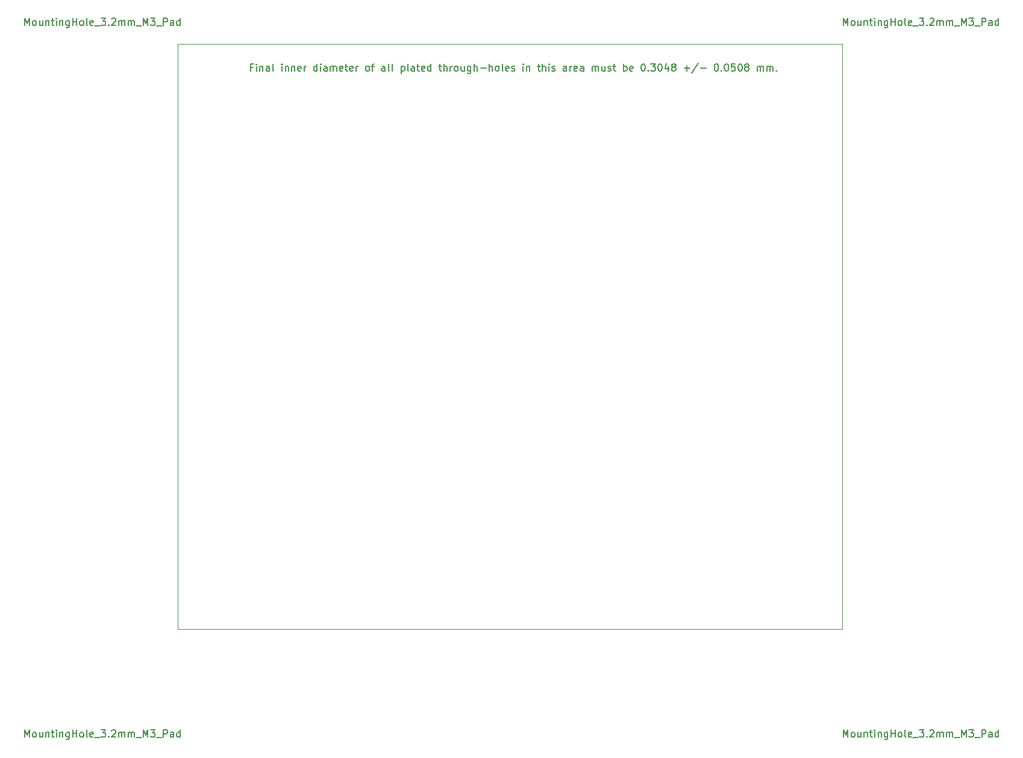
<source format=gbr>
%TF.GenerationSoftware,KiCad,Pcbnew,(6.0.0)*%
%TF.CreationDate,2022-11-29T13:54:36-05:00*%
%TF.ProjectId,pupdrive-eib24_panel,70757064-7269-4766-952d-65696232345f,B*%
%TF.SameCoordinates,Original*%
%TF.FileFunction,AssemblyDrawing,Top*%
%FSLAX46Y46*%
G04 Gerber Fmt 4.6, Leading zero omitted, Abs format (unit mm)*
G04 Created by KiCad (PCBNEW (6.0.0)) date 2022-11-29 13:54:36*
%MOMM*%
%LPD*%
G01*
G04 APERTURE LIST*
%ADD10C,0.100000*%
%ADD11C,0.150000*%
G04 APERTURE END LIST*
D10*
X86060000Y-47960000D02*
X179430000Y-47960000D01*
X179430000Y-47960000D02*
X179430000Y-130180000D01*
X179430000Y-130180000D02*
X86060000Y-130180000D01*
X86060000Y-130180000D02*
X86060000Y-47960000D01*
D11*
X96620952Y-51238571D02*
X96287619Y-51238571D01*
X96287619Y-51762380D02*
X96287619Y-50762380D01*
X96763809Y-50762380D01*
X97144761Y-51762380D02*
X97144761Y-51095714D01*
X97144761Y-50762380D02*
X97097142Y-50810000D01*
X97144761Y-50857619D01*
X97192380Y-50810000D01*
X97144761Y-50762380D01*
X97144761Y-50857619D01*
X97620952Y-51095714D02*
X97620952Y-51762380D01*
X97620952Y-51190952D02*
X97668571Y-51143333D01*
X97763809Y-51095714D01*
X97906666Y-51095714D01*
X98001904Y-51143333D01*
X98049523Y-51238571D01*
X98049523Y-51762380D01*
X98954285Y-51762380D02*
X98954285Y-51238571D01*
X98906666Y-51143333D01*
X98811428Y-51095714D01*
X98620952Y-51095714D01*
X98525714Y-51143333D01*
X98954285Y-51714761D02*
X98859047Y-51762380D01*
X98620952Y-51762380D01*
X98525714Y-51714761D01*
X98478095Y-51619523D01*
X98478095Y-51524285D01*
X98525714Y-51429047D01*
X98620952Y-51381428D01*
X98859047Y-51381428D01*
X98954285Y-51333809D01*
X99573333Y-51762380D02*
X99478095Y-51714761D01*
X99430476Y-51619523D01*
X99430476Y-50762380D01*
X100716190Y-51762380D02*
X100716190Y-51095714D01*
X100716190Y-50762380D02*
X100668571Y-50810000D01*
X100716190Y-50857619D01*
X100763809Y-50810000D01*
X100716190Y-50762380D01*
X100716190Y-50857619D01*
X101192380Y-51095714D02*
X101192380Y-51762380D01*
X101192380Y-51190952D02*
X101240000Y-51143333D01*
X101335238Y-51095714D01*
X101478095Y-51095714D01*
X101573333Y-51143333D01*
X101620952Y-51238571D01*
X101620952Y-51762380D01*
X102097142Y-51095714D02*
X102097142Y-51762380D01*
X102097142Y-51190952D02*
X102144761Y-51143333D01*
X102240000Y-51095714D01*
X102382857Y-51095714D01*
X102478095Y-51143333D01*
X102525714Y-51238571D01*
X102525714Y-51762380D01*
X103382857Y-51714761D02*
X103287619Y-51762380D01*
X103097142Y-51762380D01*
X103001904Y-51714761D01*
X102954285Y-51619523D01*
X102954285Y-51238571D01*
X103001904Y-51143333D01*
X103097142Y-51095714D01*
X103287619Y-51095714D01*
X103382857Y-51143333D01*
X103430476Y-51238571D01*
X103430476Y-51333809D01*
X102954285Y-51429047D01*
X103859047Y-51762380D02*
X103859047Y-51095714D01*
X103859047Y-51286190D02*
X103906666Y-51190952D01*
X103954285Y-51143333D01*
X104049523Y-51095714D01*
X104144761Y-51095714D01*
X105668571Y-51762380D02*
X105668571Y-50762380D01*
X105668571Y-51714761D02*
X105573333Y-51762380D01*
X105382857Y-51762380D01*
X105287619Y-51714761D01*
X105240000Y-51667142D01*
X105192380Y-51571904D01*
X105192380Y-51286190D01*
X105240000Y-51190952D01*
X105287619Y-51143333D01*
X105382857Y-51095714D01*
X105573333Y-51095714D01*
X105668571Y-51143333D01*
X106144761Y-51762380D02*
X106144761Y-51095714D01*
X106144761Y-50762380D02*
X106097142Y-50810000D01*
X106144761Y-50857619D01*
X106192380Y-50810000D01*
X106144761Y-50762380D01*
X106144761Y-50857619D01*
X107049523Y-51762380D02*
X107049523Y-51238571D01*
X107001904Y-51143333D01*
X106906666Y-51095714D01*
X106716190Y-51095714D01*
X106620952Y-51143333D01*
X107049523Y-51714761D02*
X106954285Y-51762380D01*
X106716190Y-51762380D01*
X106620952Y-51714761D01*
X106573333Y-51619523D01*
X106573333Y-51524285D01*
X106620952Y-51429047D01*
X106716190Y-51381428D01*
X106954285Y-51381428D01*
X107049523Y-51333809D01*
X107525714Y-51762380D02*
X107525714Y-51095714D01*
X107525714Y-51190952D02*
X107573333Y-51143333D01*
X107668571Y-51095714D01*
X107811428Y-51095714D01*
X107906666Y-51143333D01*
X107954285Y-51238571D01*
X107954285Y-51762380D01*
X107954285Y-51238571D02*
X108001904Y-51143333D01*
X108097142Y-51095714D01*
X108240000Y-51095714D01*
X108335238Y-51143333D01*
X108382857Y-51238571D01*
X108382857Y-51762380D01*
X109240000Y-51714761D02*
X109144761Y-51762380D01*
X108954285Y-51762380D01*
X108859047Y-51714761D01*
X108811428Y-51619523D01*
X108811428Y-51238571D01*
X108859047Y-51143333D01*
X108954285Y-51095714D01*
X109144761Y-51095714D01*
X109240000Y-51143333D01*
X109287619Y-51238571D01*
X109287619Y-51333809D01*
X108811428Y-51429047D01*
X109573333Y-51095714D02*
X109954285Y-51095714D01*
X109716190Y-50762380D02*
X109716190Y-51619523D01*
X109763809Y-51714761D01*
X109859047Y-51762380D01*
X109954285Y-51762380D01*
X110668571Y-51714761D02*
X110573333Y-51762380D01*
X110382857Y-51762380D01*
X110287619Y-51714761D01*
X110240000Y-51619523D01*
X110240000Y-51238571D01*
X110287619Y-51143333D01*
X110382857Y-51095714D01*
X110573333Y-51095714D01*
X110668571Y-51143333D01*
X110716190Y-51238571D01*
X110716190Y-51333809D01*
X110240000Y-51429047D01*
X111144761Y-51762380D02*
X111144761Y-51095714D01*
X111144761Y-51286190D02*
X111192380Y-51190952D01*
X111240000Y-51143333D01*
X111335238Y-51095714D01*
X111430476Y-51095714D01*
X112668571Y-51762380D02*
X112573333Y-51714761D01*
X112525714Y-51667142D01*
X112478095Y-51571904D01*
X112478095Y-51286190D01*
X112525714Y-51190952D01*
X112573333Y-51143333D01*
X112668571Y-51095714D01*
X112811428Y-51095714D01*
X112906666Y-51143333D01*
X112954285Y-51190952D01*
X113001904Y-51286190D01*
X113001904Y-51571904D01*
X112954285Y-51667142D01*
X112906666Y-51714761D01*
X112811428Y-51762380D01*
X112668571Y-51762380D01*
X113287619Y-51095714D02*
X113668571Y-51095714D01*
X113430476Y-51762380D02*
X113430476Y-50905238D01*
X113478095Y-50810000D01*
X113573333Y-50762380D01*
X113668571Y-50762380D01*
X115192380Y-51762380D02*
X115192380Y-51238571D01*
X115144761Y-51143333D01*
X115049523Y-51095714D01*
X114859047Y-51095714D01*
X114763809Y-51143333D01*
X115192380Y-51714761D02*
X115097142Y-51762380D01*
X114859047Y-51762380D01*
X114763809Y-51714761D01*
X114716190Y-51619523D01*
X114716190Y-51524285D01*
X114763809Y-51429047D01*
X114859047Y-51381428D01*
X115097142Y-51381428D01*
X115192380Y-51333809D01*
X115811428Y-51762380D02*
X115716190Y-51714761D01*
X115668571Y-51619523D01*
X115668571Y-50762380D01*
X116335238Y-51762380D02*
X116240000Y-51714761D01*
X116192380Y-51619523D01*
X116192380Y-50762380D01*
X117478095Y-51095714D02*
X117478095Y-52095714D01*
X117478095Y-51143333D02*
X117573333Y-51095714D01*
X117763809Y-51095714D01*
X117859047Y-51143333D01*
X117906666Y-51190952D01*
X117954285Y-51286190D01*
X117954285Y-51571904D01*
X117906666Y-51667142D01*
X117859047Y-51714761D01*
X117763809Y-51762380D01*
X117573333Y-51762380D01*
X117478095Y-51714761D01*
X118525714Y-51762380D02*
X118430476Y-51714761D01*
X118382857Y-51619523D01*
X118382857Y-50762380D01*
X119335238Y-51762380D02*
X119335238Y-51238571D01*
X119287619Y-51143333D01*
X119192380Y-51095714D01*
X119001904Y-51095714D01*
X118906666Y-51143333D01*
X119335238Y-51714761D02*
X119240000Y-51762380D01*
X119001904Y-51762380D01*
X118906666Y-51714761D01*
X118859047Y-51619523D01*
X118859047Y-51524285D01*
X118906666Y-51429047D01*
X119001904Y-51381428D01*
X119240000Y-51381428D01*
X119335238Y-51333809D01*
X119668571Y-51095714D02*
X120049523Y-51095714D01*
X119811428Y-50762380D02*
X119811428Y-51619523D01*
X119859047Y-51714761D01*
X119954285Y-51762380D01*
X120049523Y-51762380D01*
X120763809Y-51714761D02*
X120668571Y-51762380D01*
X120478095Y-51762380D01*
X120382857Y-51714761D01*
X120335238Y-51619523D01*
X120335238Y-51238571D01*
X120382857Y-51143333D01*
X120478095Y-51095714D01*
X120668571Y-51095714D01*
X120763809Y-51143333D01*
X120811428Y-51238571D01*
X120811428Y-51333809D01*
X120335238Y-51429047D01*
X121668571Y-51762380D02*
X121668571Y-50762380D01*
X121668571Y-51714761D02*
X121573333Y-51762380D01*
X121382857Y-51762380D01*
X121287619Y-51714761D01*
X121240000Y-51667142D01*
X121192380Y-51571904D01*
X121192380Y-51286190D01*
X121240000Y-51190952D01*
X121287619Y-51143333D01*
X121382857Y-51095714D01*
X121573333Y-51095714D01*
X121668571Y-51143333D01*
X122763809Y-51095714D02*
X123144761Y-51095714D01*
X122906666Y-50762380D02*
X122906666Y-51619523D01*
X122954285Y-51714761D01*
X123049523Y-51762380D01*
X123144761Y-51762380D01*
X123478095Y-51762380D02*
X123478095Y-50762380D01*
X123906666Y-51762380D02*
X123906666Y-51238571D01*
X123859047Y-51143333D01*
X123763809Y-51095714D01*
X123620952Y-51095714D01*
X123525714Y-51143333D01*
X123478095Y-51190952D01*
X124382857Y-51762380D02*
X124382857Y-51095714D01*
X124382857Y-51286190D02*
X124430476Y-51190952D01*
X124478095Y-51143333D01*
X124573333Y-51095714D01*
X124668571Y-51095714D01*
X125144761Y-51762380D02*
X125049523Y-51714761D01*
X125001904Y-51667142D01*
X124954285Y-51571904D01*
X124954285Y-51286190D01*
X125001904Y-51190952D01*
X125049523Y-51143333D01*
X125144761Y-51095714D01*
X125287619Y-51095714D01*
X125382857Y-51143333D01*
X125430476Y-51190952D01*
X125478095Y-51286190D01*
X125478095Y-51571904D01*
X125430476Y-51667142D01*
X125382857Y-51714761D01*
X125287619Y-51762380D01*
X125144761Y-51762380D01*
X126335238Y-51095714D02*
X126335238Y-51762380D01*
X125906666Y-51095714D02*
X125906666Y-51619523D01*
X125954285Y-51714761D01*
X126049523Y-51762380D01*
X126192380Y-51762380D01*
X126287619Y-51714761D01*
X126335238Y-51667142D01*
X127239999Y-51095714D02*
X127239999Y-51905238D01*
X127192380Y-52000476D01*
X127144761Y-52048095D01*
X127049523Y-52095714D01*
X126906666Y-52095714D01*
X126811428Y-52048095D01*
X127239999Y-51714761D02*
X127144761Y-51762380D01*
X126954285Y-51762380D01*
X126859047Y-51714761D01*
X126811428Y-51667142D01*
X126763809Y-51571904D01*
X126763809Y-51286190D01*
X126811428Y-51190952D01*
X126859047Y-51143333D01*
X126954285Y-51095714D01*
X127144761Y-51095714D01*
X127239999Y-51143333D01*
X127716190Y-51762380D02*
X127716190Y-50762380D01*
X128144761Y-51762380D02*
X128144761Y-51238571D01*
X128097142Y-51143333D01*
X128001904Y-51095714D01*
X127859047Y-51095714D01*
X127763809Y-51143333D01*
X127716190Y-51190952D01*
X128620952Y-51381428D02*
X129382857Y-51381428D01*
X129859047Y-51762380D02*
X129859047Y-50762380D01*
X130287619Y-51762380D02*
X130287619Y-51238571D01*
X130239999Y-51143333D01*
X130144761Y-51095714D01*
X130001904Y-51095714D01*
X129906666Y-51143333D01*
X129859047Y-51190952D01*
X130906666Y-51762380D02*
X130811428Y-51714761D01*
X130763809Y-51667142D01*
X130716190Y-51571904D01*
X130716190Y-51286190D01*
X130763809Y-51190952D01*
X130811428Y-51143333D01*
X130906666Y-51095714D01*
X131049523Y-51095714D01*
X131144761Y-51143333D01*
X131192380Y-51190952D01*
X131239999Y-51286190D01*
X131239999Y-51571904D01*
X131192380Y-51667142D01*
X131144761Y-51714761D01*
X131049523Y-51762380D01*
X130906666Y-51762380D01*
X131811428Y-51762380D02*
X131716190Y-51714761D01*
X131668571Y-51619523D01*
X131668571Y-50762380D01*
X132573333Y-51714761D02*
X132478095Y-51762380D01*
X132287619Y-51762380D01*
X132192380Y-51714761D01*
X132144761Y-51619523D01*
X132144761Y-51238571D01*
X132192380Y-51143333D01*
X132287619Y-51095714D01*
X132478095Y-51095714D01*
X132573333Y-51143333D01*
X132620952Y-51238571D01*
X132620952Y-51333809D01*
X132144761Y-51429047D01*
X133001904Y-51714761D02*
X133097142Y-51762380D01*
X133287619Y-51762380D01*
X133382857Y-51714761D01*
X133430476Y-51619523D01*
X133430476Y-51571904D01*
X133382857Y-51476666D01*
X133287619Y-51429047D01*
X133144761Y-51429047D01*
X133049523Y-51381428D01*
X133001904Y-51286190D01*
X133001904Y-51238571D01*
X133049523Y-51143333D01*
X133144761Y-51095714D01*
X133287619Y-51095714D01*
X133382857Y-51143333D01*
X134620952Y-51762380D02*
X134620952Y-51095714D01*
X134620952Y-50762380D02*
X134573333Y-50810000D01*
X134620952Y-50857619D01*
X134668571Y-50810000D01*
X134620952Y-50762380D01*
X134620952Y-50857619D01*
X135097142Y-51095714D02*
X135097142Y-51762380D01*
X135097142Y-51190952D02*
X135144761Y-51143333D01*
X135239999Y-51095714D01*
X135382857Y-51095714D01*
X135478095Y-51143333D01*
X135525714Y-51238571D01*
X135525714Y-51762380D01*
X136620952Y-51095714D02*
X137001904Y-51095714D01*
X136763809Y-50762380D02*
X136763809Y-51619523D01*
X136811428Y-51714761D01*
X136906666Y-51762380D01*
X137001904Y-51762380D01*
X137335238Y-51762380D02*
X137335238Y-50762380D01*
X137763809Y-51762380D02*
X137763809Y-51238571D01*
X137716190Y-51143333D01*
X137620952Y-51095714D01*
X137478095Y-51095714D01*
X137382857Y-51143333D01*
X137335238Y-51190952D01*
X138239999Y-51762380D02*
X138239999Y-51095714D01*
X138239999Y-50762380D02*
X138192380Y-50810000D01*
X138239999Y-50857619D01*
X138287619Y-50810000D01*
X138239999Y-50762380D01*
X138239999Y-50857619D01*
X138668571Y-51714761D02*
X138763809Y-51762380D01*
X138954285Y-51762380D01*
X139049523Y-51714761D01*
X139097142Y-51619523D01*
X139097142Y-51571904D01*
X139049523Y-51476666D01*
X138954285Y-51429047D01*
X138811428Y-51429047D01*
X138716190Y-51381428D01*
X138668571Y-51286190D01*
X138668571Y-51238571D01*
X138716190Y-51143333D01*
X138811428Y-51095714D01*
X138954285Y-51095714D01*
X139049523Y-51143333D01*
X140716190Y-51762380D02*
X140716190Y-51238571D01*
X140668571Y-51143333D01*
X140573333Y-51095714D01*
X140382857Y-51095714D01*
X140287619Y-51143333D01*
X140716190Y-51714761D02*
X140620952Y-51762380D01*
X140382857Y-51762380D01*
X140287619Y-51714761D01*
X140239999Y-51619523D01*
X140239999Y-51524285D01*
X140287619Y-51429047D01*
X140382857Y-51381428D01*
X140620952Y-51381428D01*
X140716190Y-51333809D01*
X141192380Y-51762380D02*
X141192380Y-51095714D01*
X141192380Y-51286190D02*
X141239999Y-51190952D01*
X141287619Y-51143333D01*
X141382857Y-51095714D01*
X141478095Y-51095714D01*
X142192380Y-51714761D02*
X142097142Y-51762380D01*
X141906666Y-51762380D01*
X141811428Y-51714761D01*
X141763809Y-51619523D01*
X141763809Y-51238571D01*
X141811428Y-51143333D01*
X141906666Y-51095714D01*
X142097142Y-51095714D01*
X142192380Y-51143333D01*
X142239999Y-51238571D01*
X142239999Y-51333809D01*
X141763809Y-51429047D01*
X143097142Y-51762380D02*
X143097142Y-51238571D01*
X143049523Y-51143333D01*
X142954285Y-51095714D01*
X142763809Y-51095714D01*
X142668571Y-51143333D01*
X143097142Y-51714761D02*
X143001904Y-51762380D01*
X142763809Y-51762380D01*
X142668571Y-51714761D01*
X142620952Y-51619523D01*
X142620952Y-51524285D01*
X142668571Y-51429047D01*
X142763809Y-51381428D01*
X143001904Y-51381428D01*
X143097142Y-51333809D01*
X144335238Y-51762380D02*
X144335238Y-51095714D01*
X144335238Y-51190952D02*
X144382857Y-51143333D01*
X144478095Y-51095714D01*
X144620952Y-51095714D01*
X144716190Y-51143333D01*
X144763809Y-51238571D01*
X144763809Y-51762380D01*
X144763809Y-51238571D02*
X144811428Y-51143333D01*
X144906666Y-51095714D01*
X145049523Y-51095714D01*
X145144761Y-51143333D01*
X145192380Y-51238571D01*
X145192380Y-51762380D01*
X146097142Y-51095714D02*
X146097142Y-51762380D01*
X145668571Y-51095714D02*
X145668571Y-51619523D01*
X145716190Y-51714761D01*
X145811428Y-51762380D01*
X145954285Y-51762380D01*
X146049523Y-51714761D01*
X146097142Y-51667142D01*
X146525714Y-51714761D02*
X146620952Y-51762380D01*
X146811428Y-51762380D01*
X146906666Y-51714761D01*
X146954285Y-51619523D01*
X146954285Y-51571904D01*
X146906666Y-51476666D01*
X146811428Y-51429047D01*
X146668571Y-51429047D01*
X146573333Y-51381428D01*
X146525714Y-51286190D01*
X146525714Y-51238571D01*
X146573333Y-51143333D01*
X146668571Y-51095714D01*
X146811428Y-51095714D01*
X146906666Y-51143333D01*
X147239999Y-51095714D02*
X147620952Y-51095714D01*
X147382857Y-50762380D02*
X147382857Y-51619523D01*
X147430476Y-51714761D01*
X147525714Y-51762380D01*
X147620952Y-51762380D01*
X148716190Y-51762380D02*
X148716190Y-50762380D01*
X148716190Y-51143333D02*
X148811428Y-51095714D01*
X149001904Y-51095714D01*
X149097142Y-51143333D01*
X149144761Y-51190952D01*
X149192380Y-51286190D01*
X149192380Y-51571904D01*
X149144761Y-51667142D01*
X149097142Y-51714761D01*
X149001904Y-51762380D01*
X148811428Y-51762380D01*
X148716190Y-51714761D01*
X150001904Y-51714761D02*
X149906666Y-51762380D01*
X149716190Y-51762380D01*
X149620952Y-51714761D01*
X149573333Y-51619523D01*
X149573333Y-51238571D01*
X149620952Y-51143333D01*
X149716190Y-51095714D01*
X149906666Y-51095714D01*
X150001904Y-51143333D01*
X150049523Y-51238571D01*
X150049523Y-51333809D01*
X149573333Y-51429047D01*
X151430476Y-50762380D02*
X151525714Y-50762380D01*
X151620952Y-50810000D01*
X151668571Y-50857619D01*
X151716190Y-50952857D01*
X151763809Y-51143333D01*
X151763809Y-51381428D01*
X151716190Y-51571904D01*
X151668571Y-51667142D01*
X151620952Y-51714761D01*
X151525714Y-51762380D01*
X151430476Y-51762380D01*
X151335238Y-51714761D01*
X151287619Y-51667142D01*
X151239999Y-51571904D01*
X151192380Y-51381428D01*
X151192380Y-51143333D01*
X151239999Y-50952857D01*
X151287619Y-50857619D01*
X151335238Y-50810000D01*
X151430476Y-50762380D01*
X152192380Y-51667142D02*
X152239999Y-51714761D01*
X152192380Y-51762380D01*
X152144761Y-51714761D01*
X152192380Y-51667142D01*
X152192380Y-51762380D01*
X152573333Y-50762380D02*
X153192380Y-50762380D01*
X152859047Y-51143333D01*
X153001904Y-51143333D01*
X153097142Y-51190952D01*
X153144761Y-51238571D01*
X153192380Y-51333809D01*
X153192380Y-51571904D01*
X153144761Y-51667142D01*
X153097142Y-51714761D01*
X153001904Y-51762380D01*
X152716190Y-51762380D01*
X152620952Y-51714761D01*
X152573333Y-51667142D01*
X153811428Y-50762380D02*
X153906666Y-50762380D01*
X154001904Y-50810000D01*
X154049523Y-50857619D01*
X154097142Y-50952857D01*
X154144761Y-51143333D01*
X154144761Y-51381428D01*
X154097142Y-51571904D01*
X154049523Y-51667142D01*
X154001904Y-51714761D01*
X153906666Y-51762380D01*
X153811428Y-51762380D01*
X153716190Y-51714761D01*
X153668571Y-51667142D01*
X153620952Y-51571904D01*
X153573333Y-51381428D01*
X153573333Y-51143333D01*
X153620952Y-50952857D01*
X153668571Y-50857619D01*
X153716190Y-50810000D01*
X153811428Y-50762380D01*
X155001904Y-51095714D02*
X155001904Y-51762380D01*
X154763809Y-50714761D02*
X154525714Y-51429047D01*
X155144761Y-51429047D01*
X155668571Y-51190952D02*
X155573333Y-51143333D01*
X155525714Y-51095714D01*
X155478095Y-51000476D01*
X155478095Y-50952857D01*
X155525714Y-50857619D01*
X155573333Y-50810000D01*
X155668571Y-50762380D01*
X155859047Y-50762380D01*
X155954285Y-50810000D01*
X156001904Y-50857619D01*
X156049523Y-50952857D01*
X156049523Y-51000476D01*
X156001904Y-51095714D01*
X155954285Y-51143333D01*
X155859047Y-51190952D01*
X155668571Y-51190952D01*
X155573333Y-51238571D01*
X155525714Y-51286190D01*
X155478095Y-51381428D01*
X155478095Y-51571904D01*
X155525714Y-51667142D01*
X155573333Y-51714761D01*
X155668571Y-51762380D01*
X155859047Y-51762380D01*
X155954285Y-51714761D01*
X156001904Y-51667142D01*
X156049523Y-51571904D01*
X156049523Y-51381428D01*
X156001904Y-51286190D01*
X155954285Y-51238571D01*
X155859047Y-51190952D01*
X157240000Y-51381428D02*
X158001904Y-51381428D01*
X157620952Y-51762380D02*
X157620952Y-51000476D01*
X159192380Y-50714761D02*
X158335238Y-52000476D01*
X159525714Y-51381428D02*
X160287619Y-51381428D01*
X161716190Y-50762380D02*
X161811428Y-50762380D01*
X161906666Y-50810000D01*
X161954285Y-50857619D01*
X162001904Y-50952857D01*
X162049523Y-51143333D01*
X162049523Y-51381428D01*
X162001904Y-51571904D01*
X161954285Y-51667142D01*
X161906666Y-51714761D01*
X161811428Y-51762380D01*
X161716190Y-51762380D01*
X161620952Y-51714761D01*
X161573333Y-51667142D01*
X161525714Y-51571904D01*
X161478095Y-51381428D01*
X161478095Y-51143333D01*
X161525714Y-50952857D01*
X161573333Y-50857619D01*
X161620952Y-50810000D01*
X161716190Y-50762380D01*
X162478095Y-51667142D02*
X162525714Y-51714761D01*
X162478095Y-51762380D01*
X162430476Y-51714761D01*
X162478095Y-51667142D01*
X162478095Y-51762380D01*
X163144761Y-50762380D02*
X163240000Y-50762380D01*
X163335238Y-50810000D01*
X163382857Y-50857619D01*
X163430476Y-50952857D01*
X163478095Y-51143333D01*
X163478095Y-51381428D01*
X163430476Y-51571904D01*
X163382857Y-51667142D01*
X163335238Y-51714761D01*
X163240000Y-51762380D01*
X163144761Y-51762380D01*
X163049523Y-51714761D01*
X163001904Y-51667142D01*
X162954285Y-51571904D01*
X162906666Y-51381428D01*
X162906666Y-51143333D01*
X162954285Y-50952857D01*
X163001904Y-50857619D01*
X163049523Y-50810000D01*
X163144761Y-50762380D01*
X164382857Y-50762380D02*
X163906666Y-50762380D01*
X163859047Y-51238571D01*
X163906666Y-51190952D01*
X164001904Y-51143333D01*
X164240000Y-51143333D01*
X164335238Y-51190952D01*
X164382857Y-51238571D01*
X164430476Y-51333809D01*
X164430476Y-51571904D01*
X164382857Y-51667142D01*
X164335238Y-51714761D01*
X164240000Y-51762380D01*
X164001904Y-51762380D01*
X163906666Y-51714761D01*
X163859047Y-51667142D01*
X165049523Y-50762380D02*
X165144761Y-50762380D01*
X165240000Y-50810000D01*
X165287619Y-50857619D01*
X165335238Y-50952857D01*
X165382857Y-51143333D01*
X165382857Y-51381428D01*
X165335238Y-51571904D01*
X165287619Y-51667142D01*
X165240000Y-51714761D01*
X165144761Y-51762380D01*
X165049523Y-51762380D01*
X164954285Y-51714761D01*
X164906666Y-51667142D01*
X164859047Y-51571904D01*
X164811428Y-51381428D01*
X164811428Y-51143333D01*
X164859047Y-50952857D01*
X164906666Y-50857619D01*
X164954285Y-50810000D01*
X165049523Y-50762380D01*
X165954285Y-51190952D02*
X165859047Y-51143333D01*
X165811428Y-51095714D01*
X165763809Y-51000476D01*
X165763809Y-50952857D01*
X165811428Y-50857619D01*
X165859047Y-50810000D01*
X165954285Y-50762380D01*
X166144761Y-50762380D01*
X166240000Y-50810000D01*
X166287619Y-50857619D01*
X166335238Y-50952857D01*
X166335238Y-51000476D01*
X166287619Y-51095714D01*
X166240000Y-51143333D01*
X166144761Y-51190952D01*
X165954285Y-51190952D01*
X165859047Y-51238571D01*
X165811428Y-51286190D01*
X165763809Y-51381428D01*
X165763809Y-51571904D01*
X165811428Y-51667142D01*
X165859047Y-51714761D01*
X165954285Y-51762380D01*
X166144761Y-51762380D01*
X166240000Y-51714761D01*
X166287619Y-51667142D01*
X166335238Y-51571904D01*
X166335238Y-51381428D01*
X166287619Y-51286190D01*
X166240000Y-51238571D01*
X166144761Y-51190952D01*
X167525714Y-51762380D02*
X167525714Y-51095714D01*
X167525714Y-51190952D02*
X167573333Y-51143333D01*
X167668571Y-51095714D01*
X167811428Y-51095714D01*
X167906666Y-51143333D01*
X167954285Y-51238571D01*
X167954285Y-51762380D01*
X167954285Y-51238571D02*
X168001904Y-51143333D01*
X168097142Y-51095714D01*
X168240000Y-51095714D01*
X168335238Y-51143333D01*
X168382857Y-51238571D01*
X168382857Y-51762380D01*
X168859047Y-51762380D02*
X168859047Y-51095714D01*
X168859047Y-51190952D02*
X168906666Y-51143333D01*
X169001904Y-51095714D01*
X169144761Y-51095714D01*
X169240000Y-51143333D01*
X169287619Y-51238571D01*
X169287619Y-51762380D01*
X169287619Y-51238571D02*
X169335238Y-51143333D01*
X169430476Y-51095714D01*
X169573333Y-51095714D01*
X169668571Y-51143333D01*
X169716190Y-51238571D01*
X169716190Y-51762380D01*
X170192380Y-51667142D02*
X170240000Y-51714761D01*
X170192380Y-51762380D01*
X170144761Y-51714761D01*
X170192380Y-51667142D01*
X170192380Y-51762380D01*
%TO.C,REF\u002A\u002A*%
X64595238Y-145352380D02*
X64595238Y-144352380D01*
X64928571Y-145066666D01*
X65261904Y-144352380D01*
X65261904Y-145352380D01*
X65880952Y-145352380D02*
X65785714Y-145304761D01*
X65738095Y-145257142D01*
X65690476Y-145161904D01*
X65690476Y-144876190D01*
X65738095Y-144780952D01*
X65785714Y-144733333D01*
X65880952Y-144685714D01*
X66023809Y-144685714D01*
X66119047Y-144733333D01*
X66166666Y-144780952D01*
X66214285Y-144876190D01*
X66214285Y-145161904D01*
X66166666Y-145257142D01*
X66119047Y-145304761D01*
X66023809Y-145352380D01*
X65880952Y-145352380D01*
X67071428Y-144685714D02*
X67071428Y-145352380D01*
X66642857Y-144685714D02*
X66642857Y-145209523D01*
X66690476Y-145304761D01*
X66785714Y-145352380D01*
X66928571Y-145352380D01*
X67023809Y-145304761D01*
X67071428Y-145257142D01*
X67547619Y-144685714D02*
X67547619Y-145352380D01*
X67547619Y-144780952D02*
X67595238Y-144733333D01*
X67690476Y-144685714D01*
X67833333Y-144685714D01*
X67928571Y-144733333D01*
X67976190Y-144828571D01*
X67976190Y-145352380D01*
X68309523Y-144685714D02*
X68690476Y-144685714D01*
X68452380Y-144352380D02*
X68452380Y-145209523D01*
X68500000Y-145304761D01*
X68595238Y-145352380D01*
X68690476Y-145352380D01*
X69023809Y-145352380D02*
X69023809Y-144685714D01*
X69023809Y-144352380D02*
X68976190Y-144400000D01*
X69023809Y-144447619D01*
X69071428Y-144400000D01*
X69023809Y-144352380D01*
X69023809Y-144447619D01*
X69500000Y-144685714D02*
X69500000Y-145352380D01*
X69500000Y-144780952D02*
X69547619Y-144733333D01*
X69642857Y-144685714D01*
X69785714Y-144685714D01*
X69880952Y-144733333D01*
X69928571Y-144828571D01*
X69928571Y-145352380D01*
X70833333Y-144685714D02*
X70833333Y-145495238D01*
X70785714Y-145590476D01*
X70738095Y-145638095D01*
X70642857Y-145685714D01*
X70500000Y-145685714D01*
X70404761Y-145638095D01*
X70833333Y-145304761D02*
X70738095Y-145352380D01*
X70547619Y-145352380D01*
X70452380Y-145304761D01*
X70404761Y-145257142D01*
X70357142Y-145161904D01*
X70357142Y-144876190D01*
X70404761Y-144780952D01*
X70452380Y-144733333D01*
X70547619Y-144685714D01*
X70738095Y-144685714D01*
X70833333Y-144733333D01*
X71309523Y-145352380D02*
X71309523Y-144352380D01*
X71309523Y-144828571D02*
X71880952Y-144828571D01*
X71880952Y-145352380D02*
X71880952Y-144352380D01*
X72500000Y-145352380D02*
X72404761Y-145304761D01*
X72357142Y-145257142D01*
X72309523Y-145161904D01*
X72309523Y-144876190D01*
X72357142Y-144780952D01*
X72404761Y-144733333D01*
X72500000Y-144685714D01*
X72642857Y-144685714D01*
X72738095Y-144733333D01*
X72785714Y-144780952D01*
X72833333Y-144876190D01*
X72833333Y-145161904D01*
X72785714Y-145257142D01*
X72738095Y-145304761D01*
X72642857Y-145352380D01*
X72500000Y-145352380D01*
X73404761Y-145352380D02*
X73309523Y-145304761D01*
X73261904Y-145209523D01*
X73261904Y-144352380D01*
X74166666Y-145304761D02*
X74071428Y-145352380D01*
X73880952Y-145352380D01*
X73785714Y-145304761D01*
X73738095Y-145209523D01*
X73738095Y-144828571D01*
X73785714Y-144733333D01*
X73880952Y-144685714D01*
X74071428Y-144685714D01*
X74166666Y-144733333D01*
X74214285Y-144828571D01*
X74214285Y-144923809D01*
X73738095Y-145019047D01*
X74404761Y-145447619D02*
X75166666Y-145447619D01*
X75309523Y-144352380D02*
X75928571Y-144352380D01*
X75595238Y-144733333D01*
X75738095Y-144733333D01*
X75833333Y-144780952D01*
X75880952Y-144828571D01*
X75928571Y-144923809D01*
X75928571Y-145161904D01*
X75880952Y-145257142D01*
X75833333Y-145304761D01*
X75738095Y-145352380D01*
X75452380Y-145352380D01*
X75357142Y-145304761D01*
X75309523Y-145257142D01*
X76357142Y-145257142D02*
X76404761Y-145304761D01*
X76357142Y-145352380D01*
X76309523Y-145304761D01*
X76357142Y-145257142D01*
X76357142Y-145352380D01*
X76785714Y-144447619D02*
X76833333Y-144400000D01*
X76928571Y-144352380D01*
X77166666Y-144352380D01*
X77261904Y-144400000D01*
X77309523Y-144447619D01*
X77357142Y-144542857D01*
X77357142Y-144638095D01*
X77309523Y-144780952D01*
X76738095Y-145352380D01*
X77357142Y-145352380D01*
X77785714Y-145352380D02*
X77785714Y-144685714D01*
X77785714Y-144780952D02*
X77833333Y-144733333D01*
X77928571Y-144685714D01*
X78071428Y-144685714D01*
X78166666Y-144733333D01*
X78214285Y-144828571D01*
X78214285Y-145352380D01*
X78214285Y-144828571D02*
X78261904Y-144733333D01*
X78357142Y-144685714D01*
X78500000Y-144685714D01*
X78595238Y-144733333D01*
X78642857Y-144828571D01*
X78642857Y-145352380D01*
X79119047Y-145352380D02*
X79119047Y-144685714D01*
X79119047Y-144780952D02*
X79166666Y-144733333D01*
X79261904Y-144685714D01*
X79404761Y-144685714D01*
X79500000Y-144733333D01*
X79547619Y-144828571D01*
X79547619Y-145352380D01*
X79547619Y-144828571D02*
X79595238Y-144733333D01*
X79690476Y-144685714D01*
X79833333Y-144685714D01*
X79928571Y-144733333D01*
X79976190Y-144828571D01*
X79976190Y-145352380D01*
X80214285Y-145447619D02*
X80976190Y-145447619D01*
X81214285Y-145352380D02*
X81214285Y-144352380D01*
X81547619Y-145066666D01*
X81880952Y-144352380D01*
X81880952Y-145352380D01*
X82261904Y-144352380D02*
X82880952Y-144352380D01*
X82547619Y-144733333D01*
X82690476Y-144733333D01*
X82785714Y-144780952D01*
X82833333Y-144828571D01*
X82880952Y-144923809D01*
X82880952Y-145161904D01*
X82833333Y-145257142D01*
X82785714Y-145304761D01*
X82690476Y-145352380D01*
X82404761Y-145352380D01*
X82309523Y-145304761D01*
X82261904Y-145257142D01*
X83071428Y-145447619D02*
X83833333Y-145447619D01*
X84071428Y-145352380D02*
X84071428Y-144352380D01*
X84452380Y-144352380D01*
X84547619Y-144400000D01*
X84595238Y-144447619D01*
X84642857Y-144542857D01*
X84642857Y-144685714D01*
X84595238Y-144780952D01*
X84547619Y-144828571D01*
X84452380Y-144876190D01*
X84071428Y-144876190D01*
X85500000Y-145352380D02*
X85500000Y-144828571D01*
X85452380Y-144733333D01*
X85357142Y-144685714D01*
X85166666Y-144685714D01*
X85071428Y-144733333D01*
X85500000Y-145304761D02*
X85404761Y-145352380D01*
X85166666Y-145352380D01*
X85071428Y-145304761D01*
X85023809Y-145209523D01*
X85023809Y-145114285D01*
X85071428Y-145019047D01*
X85166666Y-144971428D01*
X85404761Y-144971428D01*
X85500000Y-144923809D01*
X86404761Y-145352380D02*
X86404761Y-144352380D01*
X86404761Y-145304761D02*
X86309523Y-145352380D01*
X86119047Y-145352380D01*
X86023809Y-145304761D01*
X85976190Y-145257142D01*
X85928571Y-145161904D01*
X85928571Y-144876190D01*
X85976190Y-144780952D01*
X86023809Y-144733333D01*
X86119047Y-144685714D01*
X86309523Y-144685714D01*
X86404761Y-144733333D01*
X64595238Y-45352380D02*
X64595238Y-44352380D01*
X64928571Y-45066666D01*
X65261904Y-44352380D01*
X65261904Y-45352380D01*
X65880952Y-45352380D02*
X65785714Y-45304761D01*
X65738095Y-45257142D01*
X65690476Y-45161904D01*
X65690476Y-44876190D01*
X65738095Y-44780952D01*
X65785714Y-44733333D01*
X65880952Y-44685714D01*
X66023809Y-44685714D01*
X66119047Y-44733333D01*
X66166666Y-44780952D01*
X66214285Y-44876190D01*
X66214285Y-45161904D01*
X66166666Y-45257142D01*
X66119047Y-45304761D01*
X66023809Y-45352380D01*
X65880952Y-45352380D01*
X67071428Y-44685714D02*
X67071428Y-45352380D01*
X66642857Y-44685714D02*
X66642857Y-45209523D01*
X66690476Y-45304761D01*
X66785714Y-45352380D01*
X66928571Y-45352380D01*
X67023809Y-45304761D01*
X67071428Y-45257142D01*
X67547619Y-44685714D02*
X67547619Y-45352380D01*
X67547619Y-44780952D02*
X67595238Y-44733333D01*
X67690476Y-44685714D01*
X67833333Y-44685714D01*
X67928571Y-44733333D01*
X67976190Y-44828571D01*
X67976190Y-45352380D01*
X68309523Y-44685714D02*
X68690476Y-44685714D01*
X68452380Y-44352380D02*
X68452380Y-45209523D01*
X68500000Y-45304761D01*
X68595238Y-45352380D01*
X68690476Y-45352380D01*
X69023809Y-45352380D02*
X69023809Y-44685714D01*
X69023809Y-44352380D02*
X68976190Y-44400000D01*
X69023809Y-44447619D01*
X69071428Y-44400000D01*
X69023809Y-44352380D01*
X69023809Y-44447619D01*
X69500000Y-44685714D02*
X69500000Y-45352380D01*
X69500000Y-44780952D02*
X69547619Y-44733333D01*
X69642857Y-44685714D01*
X69785714Y-44685714D01*
X69880952Y-44733333D01*
X69928571Y-44828571D01*
X69928571Y-45352380D01*
X70833333Y-44685714D02*
X70833333Y-45495238D01*
X70785714Y-45590476D01*
X70738095Y-45638095D01*
X70642857Y-45685714D01*
X70500000Y-45685714D01*
X70404761Y-45638095D01*
X70833333Y-45304761D02*
X70738095Y-45352380D01*
X70547619Y-45352380D01*
X70452380Y-45304761D01*
X70404761Y-45257142D01*
X70357142Y-45161904D01*
X70357142Y-44876190D01*
X70404761Y-44780952D01*
X70452380Y-44733333D01*
X70547619Y-44685714D01*
X70738095Y-44685714D01*
X70833333Y-44733333D01*
X71309523Y-45352380D02*
X71309523Y-44352380D01*
X71309523Y-44828571D02*
X71880952Y-44828571D01*
X71880952Y-45352380D02*
X71880952Y-44352380D01*
X72500000Y-45352380D02*
X72404761Y-45304761D01*
X72357142Y-45257142D01*
X72309523Y-45161904D01*
X72309523Y-44876190D01*
X72357142Y-44780952D01*
X72404761Y-44733333D01*
X72500000Y-44685714D01*
X72642857Y-44685714D01*
X72738095Y-44733333D01*
X72785714Y-44780952D01*
X72833333Y-44876190D01*
X72833333Y-45161904D01*
X72785714Y-45257142D01*
X72738095Y-45304761D01*
X72642857Y-45352380D01*
X72500000Y-45352380D01*
X73404761Y-45352380D02*
X73309523Y-45304761D01*
X73261904Y-45209523D01*
X73261904Y-44352380D01*
X74166666Y-45304761D02*
X74071428Y-45352380D01*
X73880952Y-45352380D01*
X73785714Y-45304761D01*
X73738095Y-45209523D01*
X73738095Y-44828571D01*
X73785714Y-44733333D01*
X73880952Y-44685714D01*
X74071428Y-44685714D01*
X74166666Y-44733333D01*
X74214285Y-44828571D01*
X74214285Y-44923809D01*
X73738095Y-45019047D01*
X74404761Y-45447619D02*
X75166666Y-45447619D01*
X75309523Y-44352380D02*
X75928571Y-44352380D01*
X75595238Y-44733333D01*
X75738095Y-44733333D01*
X75833333Y-44780952D01*
X75880952Y-44828571D01*
X75928571Y-44923809D01*
X75928571Y-45161904D01*
X75880952Y-45257142D01*
X75833333Y-45304761D01*
X75738095Y-45352380D01*
X75452380Y-45352380D01*
X75357142Y-45304761D01*
X75309523Y-45257142D01*
X76357142Y-45257142D02*
X76404761Y-45304761D01*
X76357142Y-45352380D01*
X76309523Y-45304761D01*
X76357142Y-45257142D01*
X76357142Y-45352380D01*
X76785714Y-44447619D02*
X76833333Y-44400000D01*
X76928571Y-44352380D01*
X77166666Y-44352380D01*
X77261904Y-44400000D01*
X77309523Y-44447619D01*
X77357142Y-44542857D01*
X77357142Y-44638095D01*
X77309523Y-44780952D01*
X76738095Y-45352380D01*
X77357142Y-45352380D01*
X77785714Y-45352380D02*
X77785714Y-44685714D01*
X77785714Y-44780952D02*
X77833333Y-44733333D01*
X77928571Y-44685714D01*
X78071428Y-44685714D01*
X78166666Y-44733333D01*
X78214285Y-44828571D01*
X78214285Y-45352380D01*
X78214285Y-44828571D02*
X78261904Y-44733333D01*
X78357142Y-44685714D01*
X78500000Y-44685714D01*
X78595238Y-44733333D01*
X78642857Y-44828571D01*
X78642857Y-45352380D01*
X79119047Y-45352380D02*
X79119047Y-44685714D01*
X79119047Y-44780952D02*
X79166666Y-44733333D01*
X79261904Y-44685714D01*
X79404761Y-44685714D01*
X79500000Y-44733333D01*
X79547619Y-44828571D01*
X79547619Y-45352380D01*
X79547619Y-44828571D02*
X79595238Y-44733333D01*
X79690476Y-44685714D01*
X79833333Y-44685714D01*
X79928571Y-44733333D01*
X79976190Y-44828571D01*
X79976190Y-45352380D01*
X80214285Y-45447619D02*
X80976190Y-45447619D01*
X81214285Y-45352380D02*
X81214285Y-44352380D01*
X81547619Y-45066666D01*
X81880952Y-44352380D01*
X81880952Y-45352380D01*
X82261904Y-44352380D02*
X82880952Y-44352380D01*
X82547619Y-44733333D01*
X82690476Y-44733333D01*
X82785714Y-44780952D01*
X82833333Y-44828571D01*
X82880952Y-44923809D01*
X82880952Y-45161904D01*
X82833333Y-45257142D01*
X82785714Y-45304761D01*
X82690476Y-45352380D01*
X82404761Y-45352380D01*
X82309523Y-45304761D01*
X82261904Y-45257142D01*
X83071428Y-45447619D02*
X83833333Y-45447619D01*
X84071428Y-45352380D02*
X84071428Y-44352380D01*
X84452380Y-44352380D01*
X84547619Y-44400000D01*
X84595238Y-44447619D01*
X84642857Y-44542857D01*
X84642857Y-44685714D01*
X84595238Y-44780952D01*
X84547619Y-44828571D01*
X84452380Y-44876190D01*
X84071428Y-44876190D01*
X85500000Y-45352380D02*
X85500000Y-44828571D01*
X85452380Y-44733333D01*
X85357142Y-44685714D01*
X85166666Y-44685714D01*
X85071428Y-44733333D01*
X85500000Y-45304761D02*
X85404761Y-45352380D01*
X85166666Y-45352380D01*
X85071428Y-45304761D01*
X85023809Y-45209523D01*
X85023809Y-45114285D01*
X85071428Y-45019047D01*
X85166666Y-44971428D01*
X85404761Y-44971428D01*
X85500000Y-44923809D01*
X86404761Y-45352380D02*
X86404761Y-44352380D01*
X86404761Y-45304761D02*
X86309523Y-45352380D01*
X86119047Y-45352380D01*
X86023809Y-45304761D01*
X85976190Y-45257142D01*
X85928571Y-45161904D01*
X85928571Y-44876190D01*
X85976190Y-44780952D01*
X86023809Y-44733333D01*
X86119047Y-44685714D01*
X86309523Y-44685714D01*
X86404761Y-44733333D01*
X179595238Y-45352380D02*
X179595238Y-44352380D01*
X179928571Y-45066666D01*
X180261904Y-44352380D01*
X180261904Y-45352380D01*
X180880952Y-45352380D02*
X180785714Y-45304761D01*
X180738095Y-45257142D01*
X180690476Y-45161904D01*
X180690476Y-44876190D01*
X180738095Y-44780952D01*
X180785714Y-44733333D01*
X180880952Y-44685714D01*
X181023809Y-44685714D01*
X181119047Y-44733333D01*
X181166666Y-44780952D01*
X181214285Y-44876190D01*
X181214285Y-45161904D01*
X181166666Y-45257142D01*
X181119047Y-45304761D01*
X181023809Y-45352380D01*
X180880952Y-45352380D01*
X182071428Y-44685714D02*
X182071428Y-45352380D01*
X181642857Y-44685714D02*
X181642857Y-45209523D01*
X181690476Y-45304761D01*
X181785714Y-45352380D01*
X181928571Y-45352380D01*
X182023809Y-45304761D01*
X182071428Y-45257142D01*
X182547619Y-44685714D02*
X182547619Y-45352380D01*
X182547619Y-44780952D02*
X182595238Y-44733333D01*
X182690476Y-44685714D01*
X182833333Y-44685714D01*
X182928571Y-44733333D01*
X182976190Y-44828571D01*
X182976190Y-45352380D01*
X183309523Y-44685714D02*
X183690476Y-44685714D01*
X183452380Y-44352380D02*
X183452380Y-45209523D01*
X183500000Y-45304761D01*
X183595238Y-45352380D01*
X183690476Y-45352380D01*
X184023809Y-45352380D02*
X184023809Y-44685714D01*
X184023809Y-44352380D02*
X183976190Y-44400000D01*
X184023809Y-44447619D01*
X184071428Y-44400000D01*
X184023809Y-44352380D01*
X184023809Y-44447619D01*
X184500000Y-44685714D02*
X184500000Y-45352380D01*
X184500000Y-44780952D02*
X184547619Y-44733333D01*
X184642857Y-44685714D01*
X184785714Y-44685714D01*
X184880952Y-44733333D01*
X184928571Y-44828571D01*
X184928571Y-45352380D01*
X185833333Y-44685714D02*
X185833333Y-45495238D01*
X185785714Y-45590476D01*
X185738095Y-45638095D01*
X185642857Y-45685714D01*
X185500000Y-45685714D01*
X185404761Y-45638095D01*
X185833333Y-45304761D02*
X185738095Y-45352380D01*
X185547619Y-45352380D01*
X185452380Y-45304761D01*
X185404761Y-45257142D01*
X185357142Y-45161904D01*
X185357142Y-44876190D01*
X185404761Y-44780952D01*
X185452380Y-44733333D01*
X185547619Y-44685714D01*
X185738095Y-44685714D01*
X185833333Y-44733333D01*
X186309523Y-45352380D02*
X186309523Y-44352380D01*
X186309523Y-44828571D02*
X186880952Y-44828571D01*
X186880952Y-45352380D02*
X186880952Y-44352380D01*
X187500000Y-45352380D02*
X187404761Y-45304761D01*
X187357142Y-45257142D01*
X187309523Y-45161904D01*
X187309523Y-44876190D01*
X187357142Y-44780952D01*
X187404761Y-44733333D01*
X187500000Y-44685714D01*
X187642857Y-44685714D01*
X187738095Y-44733333D01*
X187785714Y-44780952D01*
X187833333Y-44876190D01*
X187833333Y-45161904D01*
X187785714Y-45257142D01*
X187738095Y-45304761D01*
X187642857Y-45352380D01*
X187500000Y-45352380D01*
X188404761Y-45352380D02*
X188309523Y-45304761D01*
X188261904Y-45209523D01*
X188261904Y-44352380D01*
X189166666Y-45304761D02*
X189071428Y-45352380D01*
X188880952Y-45352380D01*
X188785714Y-45304761D01*
X188738095Y-45209523D01*
X188738095Y-44828571D01*
X188785714Y-44733333D01*
X188880952Y-44685714D01*
X189071428Y-44685714D01*
X189166666Y-44733333D01*
X189214285Y-44828571D01*
X189214285Y-44923809D01*
X188738095Y-45019047D01*
X189404761Y-45447619D02*
X190166666Y-45447619D01*
X190309523Y-44352380D02*
X190928571Y-44352380D01*
X190595238Y-44733333D01*
X190738095Y-44733333D01*
X190833333Y-44780952D01*
X190880952Y-44828571D01*
X190928571Y-44923809D01*
X190928571Y-45161904D01*
X190880952Y-45257142D01*
X190833333Y-45304761D01*
X190738095Y-45352380D01*
X190452380Y-45352380D01*
X190357142Y-45304761D01*
X190309523Y-45257142D01*
X191357142Y-45257142D02*
X191404761Y-45304761D01*
X191357142Y-45352380D01*
X191309523Y-45304761D01*
X191357142Y-45257142D01*
X191357142Y-45352380D01*
X191785714Y-44447619D02*
X191833333Y-44400000D01*
X191928571Y-44352380D01*
X192166666Y-44352380D01*
X192261904Y-44400000D01*
X192309523Y-44447619D01*
X192357142Y-44542857D01*
X192357142Y-44638095D01*
X192309523Y-44780952D01*
X191738095Y-45352380D01*
X192357142Y-45352380D01*
X192785714Y-45352380D02*
X192785714Y-44685714D01*
X192785714Y-44780952D02*
X192833333Y-44733333D01*
X192928571Y-44685714D01*
X193071428Y-44685714D01*
X193166666Y-44733333D01*
X193214285Y-44828571D01*
X193214285Y-45352380D01*
X193214285Y-44828571D02*
X193261904Y-44733333D01*
X193357142Y-44685714D01*
X193500000Y-44685714D01*
X193595238Y-44733333D01*
X193642857Y-44828571D01*
X193642857Y-45352380D01*
X194119047Y-45352380D02*
X194119047Y-44685714D01*
X194119047Y-44780952D02*
X194166666Y-44733333D01*
X194261904Y-44685714D01*
X194404761Y-44685714D01*
X194500000Y-44733333D01*
X194547619Y-44828571D01*
X194547619Y-45352380D01*
X194547619Y-44828571D02*
X194595238Y-44733333D01*
X194690476Y-44685714D01*
X194833333Y-44685714D01*
X194928571Y-44733333D01*
X194976190Y-44828571D01*
X194976190Y-45352380D01*
X195214285Y-45447619D02*
X195976190Y-45447619D01*
X196214285Y-45352380D02*
X196214285Y-44352380D01*
X196547619Y-45066666D01*
X196880952Y-44352380D01*
X196880952Y-45352380D01*
X197261904Y-44352380D02*
X197880952Y-44352380D01*
X197547619Y-44733333D01*
X197690476Y-44733333D01*
X197785714Y-44780952D01*
X197833333Y-44828571D01*
X197880952Y-44923809D01*
X197880952Y-45161904D01*
X197833333Y-45257142D01*
X197785714Y-45304761D01*
X197690476Y-45352380D01*
X197404761Y-45352380D01*
X197309523Y-45304761D01*
X197261904Y-45257142D01*
X198071428Y-45447619D02*
X198833333Y-45447619D01*
X199071428Y-45352380D02*
X199071428Y-44352380D01*
X199452380Y-44352380D01*
X199547619Y-44400000D01*
X199595238Y-44447619D01*
X199642857Y-44542857D01*
X199642857Y-44685714D01*
X199595238Y-44780952D01*
X199547619Y-44828571D01*
X199452380Y-44876190D01*
X199071428Y-44876190D01*
X200500000Y-45352380D02*
X200500000Y-44828571D01*
X200452380Y-44733333D01*
X200357142Y-44685714D01*
X200166666Y-44685714D01*
X200071428Y-44733333D01*
X200500000Y-45304761D02*
X200404761Y-45352380D01*
X200166666Y-45352380D01*
X200071428Y-45304761D01*
X200023809Y-45209523D01*
X200023809Y-45114285D01*
X200071428Y-45019047D01*
X200166666Y-44971428D01*
X200404761Y-44971428D01*
X200500000Y-44923809D01*
X201404761Y-45352380D02*
X201404761Y-44352380D01*
X201404761Y-45304761D02*
X201309523Y-45352380D01*
X201119047Y-45352380D01*
X201023809Y-45304761D01*
X200976190Y-45257142D01*
X200928571Y-45161904D01*
X200928571Y-44876190D01*
X200976190Y-44780952D01*
X201023809Y-44733333D01*
X201119047Y-44685714D01*
X201309523Y-44685714D01*
X201404761Y-44733333D01*
X179595238Y-145352380D02*
X179595238Y-144352380D01*
X179928571Y-145066666D01*
X180261904Y-144352380D01*
X180261904Y-145352380D01*
X180880952Y-145352380D02*
X180785714Y-145304761D01*
X180738095Y-145257142D01*
X180690476Y-145161904D01*
X180690476Y-144876190D01*
X180738095Y-144780952D01*
X180785714Y-144733333D01*
X180880952Y-144685714D01*
X181023809Y-144685714D01*
X181119047Y-144733333D01*
X181166666Y-144780952D01*
X181214285Y-144876190D01*
X181214285Y-145161904D01*
X181166666Y-145257142D01*
X181119047Y-145304761D01*
X181023809Y-145352380D01*
X180880952Y-145352380D01*
X182071428Y-144685714D02*
X182071428Y-145352380D01*
X181642857Y-144685714D02*
X181642857Y-145209523D01*
X181690476Y-145304761D01*
X181785714Y-145352380D01*
X181928571Y-145352380D01*
X182023809Y-145304761D01*
X182071428Y-145257142D01*
X182547619Y-144685714D02*
X182547619Y-145352380D01*
X182547619Y-144780952D02*
X182595238Y-144733333D01*
X182690476Y-144685714D01*
X182833333Y-144685714D01*
X182928571Y-144733333D01*
X182976190Y-144828571D01*
X182976190Y-145352380D01*
X183309523Y-144685714D02*
X183690476Y-144685714D01*
X183452380Y-144352380D02*
X183452380Y-145209523D01*
X183500000Y-145304761D01*
X183595238Y-145352380D01*
X183690476Y-145352380D01*
X184023809Y-145352380D02*
X184023809Y-144685714D01*
X184023809Y-144352380D02*
X183976190Y-144400000D01*
X184023809Y-144447619D01*
X184071428Y-144400000D01*
X184023809Y-144352380D01*
X184023809Y-144447619D01*
X184500000Y-144685714D02*
X184500000Y-145352380D01*
X184500000Y-144780952D02*
X184547619Y-144733333D01*
X184642857Y-144685714D01*
X184785714Y-144685714D01*
X184880952Y-144733333D01*
X184928571Y-144828571D01*
X184928571Y-145352380D01*
X185833333Y-144685714D02*
X185833333Y-145495238D01*
X185785714Y-145590476D01*
X185738095Y-145638095D01*
X185642857Y-145685714D01*
X185500000Y-145685714D01*
X185404761Y-145638095D01*
X185833333Y-145304761D02*
X185738095Y-145352380D01*
X185547619Y-145352380D01*
X185452380Y-145304761D01*
X185404761Y-145257142D01*
X185357142Y-145161904D01*
X185357142Y-144876190D01*
X185404761Y-144780952D01*
X185452380Y-144733333D01*
X185547619Y-144685714D01*
X185738095Y-144685714D01*
X185833333Y-144733333D01*
X186309523Y-145352380D02*
X186309523Y-144352380D01*
X186309523Y-144828571D02*
X186880952Y-144828571D01*
X186880952Y-145352380D02*
X186880952Y-144352380D01*
X187500000Y-145352380D02*
X187404761Y-145304761D01*
X187357142Y-145257142D01*
X187309523Y-145161904D01*
X187309523Y-144876190D01*
X187357142Y-144780952D01*
X187404761Y-144733333D01*
X187500000Y-144685714D01*
X187642857Y-144685714D01*
X187738095Y-144733333D01*
X187785714Y-144780952D01*
X187833333Y-144876190D01*
X187833333Y-145161904D01*
X187785714Y-145257142D01*
X187738095Y-145304761D01*
X187642857Y-145352380D01*
X187500000Y-145352380D01*
X188404761Y-145352380D02*
X188309523Y-145304761D01*
X188261904Y-145209523D01*
X188261904Y-144352380D01*
X189166666Y-145304761D02*
X189071428Y-145352380D01*
X188880952Y-145352380D01*
X188785714Y-145304761D01*
X188738095Y-145209523D01*
X188738095Y-144828571D01*
X188785714Y-144733333D01*
X188880952Y-144685714D01*
X189071428Y-144685714D01*
X189166666Y-144733333D01*
X189214285Y-144828571D01*
X189214285Y-144923809D01*
X188738095Y-145019047D01*
X189404761Y-145447619D02*
X190166666Y-145447619D01*
X190309523Y-144352380D02*
X190928571Y-144352380D01*
X190595238Y-144733333D01*
X190738095Y-144733333D01*
X190833333Y-144780952D01*
X190880952Y-144828571D01*
X190928571Y-144923809D01*
X190928571Y-145161904D01*
X190880952Y-145257142D01*
X190833333Y-145304761D01*
X190738095Y-145352380D01*
X190452380Y-145352380D01*
X190357142Y-145304761D01*
X190309523Y-145257142D01*
X191357142Y-145257142D02*
X191404761Y-145304761D01*
X191357142Y-145352380D01*
X191309523Y-145304761D01*
X191357142Y-145257142D01*
X191357142Y-145352380D01*
X191785714Y-144447619D02*
X191833333Y-144400000D01*
X191928571Y-144352380D01*
X192166666Y-144352380D01*
X192261904Y-144400000D01*
X192309523Y-144447619D01*
X192357142Y-144542857D01*
X192357142Y-144638095D01*
X192309523Y-144780952D01*
X191738095Y-145352380D01*
X192357142Y-145352380D01*
X192785714Y-145352380D02*
X192785714Y-144685714D01*
X192785714Y-144780952D02*
X192833333Y-144733333D01*
X192928571Y-144685714D01*
X193071428Y-144685714D01*
X193166666Y-144733333D01*
X193214285Y-144828571D01*
X193214285Y-145352380D01*
X193214285Y-144828571D02*
X193261904Y-144733333D01*
X193357142Y-144685714D01*
X193500000Y-144685714D01*
X193595238Y-144733333D01*
X193642857Y-144828571D01*
X193642857Y-145352380D01*
X194119047Y-145352380D02*
X194119047Y-144685714D01*
X194119047Y-144780952D02*
X194166666Y-144733333D01*
X194261904Y-144685714D01*
X194404761Y-144685714D01*
X194500000Y-144733333D01*
X194547619Y-144828571D01*
X194547619Y-145352380D01*
X194547619Y-144828571D02*
X194595238Y-144733333D01*
X194690476Y-144685714D01*
X194833333Y-144685714D01*
X194928571Y-144733333D01*
X194976190Y-144828571D01*
X194976190Y-145352380D01*
X195214285Y-145447619D02*
X195976190Y-145447619D01*
X196214285Y-145352380D02*
X196214285Y-144352380D01*
X196547619Y-145066666D01*
X196880952Y-144352380D01*
X196880952Y-145352380D01*
X197261904Y-144352380D02*
X197880952Y-144352380D01*
X197547619Y-144733333D01*
X197690476Y-144733333D01*
X197785714Y-144780952D01*
X197833333Y-144828571D01*
X197880952Y-144923809D01*
X197880952Y-145161904D01*
X197833333Y-145257142D01*
X197785714Y-145304761D01*
X197690476Y-145352380D01*
X197404761Y-145352380D01*
X197309523Y-145304761D01*
X197261904Y-145257142D01*
X198071428Y-145447619D02*
X198833333Y-145447619D01*
X199071428Y-145352380D02*
X199071428Y-144352380D01*
X199452380Y-144352380D01*
X199547619Y-144400000D01*
X199595238Y-144447619D01*
X199642857Y-144542857D01*
X199642857Y-144685714D01*
X199595238Y-144780952D01*
X199547619Y-144828571D01*
X199452380Y-144876190D01*
X199071428Y-144876190D01*
X200500000Y-145352380D02*
X200500000Y-144828571D01*
X200452380Y-144733333D01*
X200357142Y-144685714D01*
X200166666Y-144685714D01*
X200071428Y-144733333D01*
X200500000Y-145304761D02*
X200404761Y-145352380D01*
X200166666Y-145352380D01*
X200071428Y-145304761D01*
X200023809Y-145209523D01*
X200023809Y-145114285D01*
X200071428Y-145019047D01*
X200166666Y-144971428D01*
X200404761Y-144971428D01*
X200500000Y-144923809D01*
X201404761Y-145352380D02*
X201404761Y-144352380D01*
X201404761Y-145304761D02*
X201309523Y-145352380D01*
X201119047Y-145352380D01*
X201023809Y-145304761D01*
X200976190Y-145257142D01*
X200928571Y-145161904D01*
X200928571Y-144876190D01*
X200976190Y-144780952D01*
X201023809Y-144733333D01*
X201119047Y-144685714D01*
X201309523Y-144685714D01*
X201404761Y-144733333D01*
%TD*%
M02*

</source>
